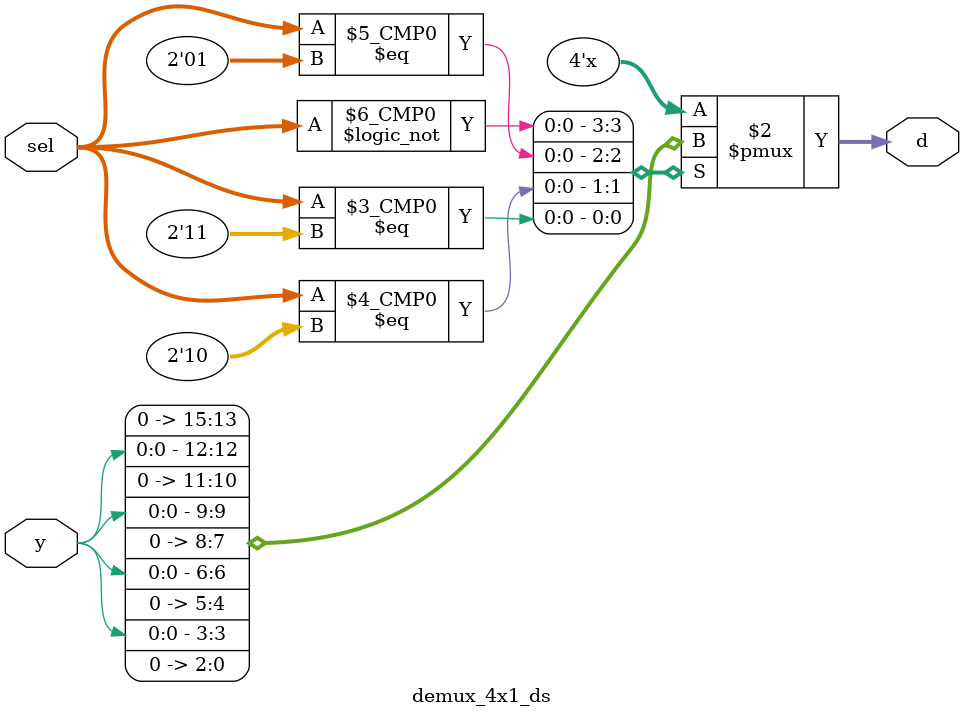
<source format=v>
module demux_4x1_ds(input y,
                    input [1:0]sel,
                    output reg [3:0]d);
  
  always@ (*)
    begin
      case(sel)
        
        2'b00 : d = {3'b0, y};
        2'b01 : d = {2'b0, y, 1'b0};
        2'b10 : d = {1'b0, y, 2'b0};
        2'b11 : d = {y, 3'b0};
        default d = 4'b0;
        
      endcase    
    end
endmodule
</source>
